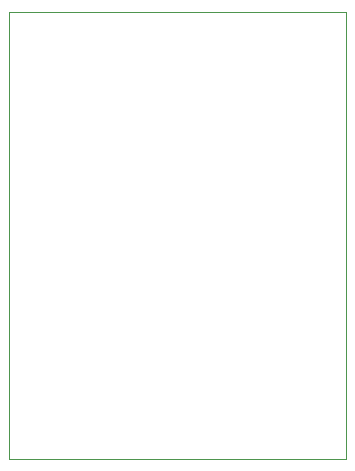
<source format=gbr>
%TF.GenerationSoftware,KiCad,Pcbnew,(6.0.10)*%
%TF.CreationDate,2023-05-16T15:36:24-07:00*%
%TF.ProjectId,SevenSegment,53657665-6e53-4656-976d-656e742e6b69,rev?*%
%TF.SameCoordinates,Original*%
%TF.FileFunction,Profile,NP*%
%FSLAX46Y46*%
G04 Gerber Fmt 4.6, Leading zero omitted, Abs format (unit mm)*
G04 Created by KiCad (PCBNEW (6.0.10)) date 2023-05-16 15:36:24*
%MOMM*%
%LPD*%
G01*
G04 APERTURE LIST*
%TA.AperFunction,Profile*%
%ADD10C,0.100000*%
%TD*%
G04 APERTURE END LIST*
D10*
X89950000Y-77000000D02*
X118450000Y-77000000D01*
X118450000Y-77000000D02*
X118450000Y-114900000D01*
X89950000Y-77000000D02*
X89950000Y-114900000D01*
X89950000Y-114900000D02*
X118450000Y-114900000D01*
M02*

</source>
